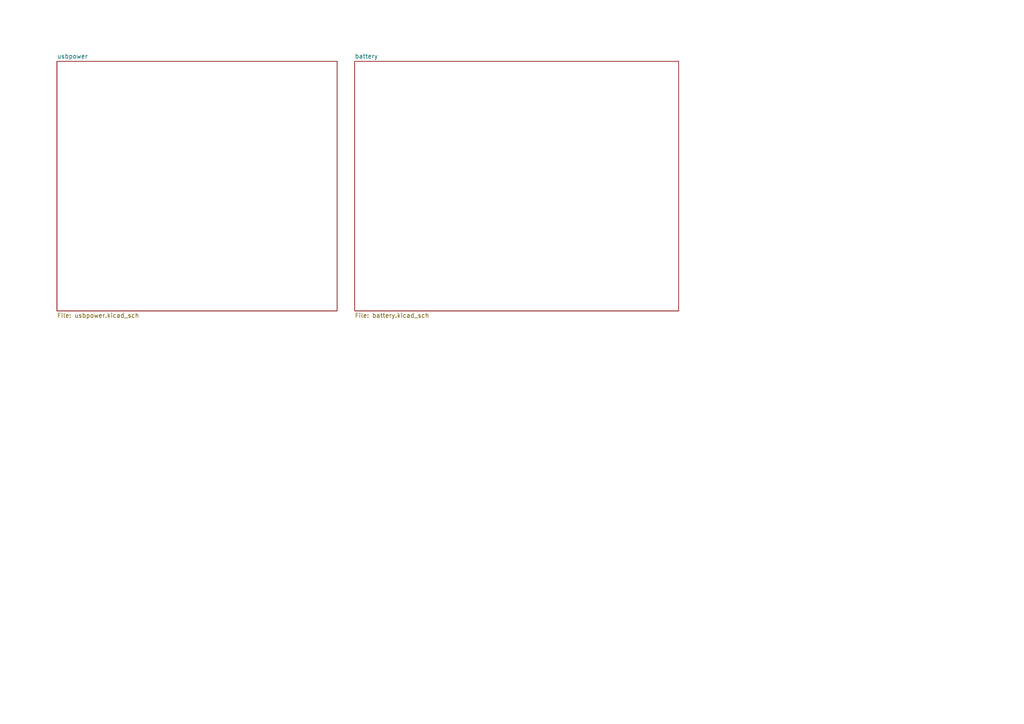
<source format=kicad_sch>
(kicad_sch
	(version 20250114)
	(generator "eeschema")
	(generator_version "9.0")
	(uuid "64f47f0f-737f-4ea8-9b68-9c8ed6450afb")
	(paper "A4")
	(lib_symbols)
	(sheet
		(at 102.87 17.78)
		(size 93.98 72.39)
		(exclude_from_sim no)
		(in_bom yes)
		(on_board yes)
		(dnp no)
		(fields_autoplaced yes)
		(stroke
			(width 0.1524)
			(type solid)
		)
		(fill
			(color 0 0 0 0.0000)
		)
		(uuid "12562e18-cb57-4147-84c9-3a61f8b8d375")
		(property "Sheetname" "battery"
			(at 102.87 17.0684 0)
			(effects
				(font
					(size 1.27 1.27)
				)
				(justify left bottom)
			)
		)
		(property "Sheetfile" "battery.kicad_sch"
			(at 102.87 90.7546 0)
			(effects
				(font
					(size 1.27 1.27)
				)
				(justify left top)
			)
		)
		(instances
			(project "Minicopter"
				(path "/64f47f0f-737f-4ea8-9b68-9c8ed6450afb"
					(page "3")
				)
			)
		)
	)
	(sheet
		(at 16.51 17.78)
		(size 81.28 72.39)
		(exclude_from_sim no)
		(in_bom yes)
		(on_board yes)
		(dnp no)
		(fields_autoplaced yes)
		(stroke
			(width 0.1524)
			(type solid)
		)
		(fill
			(color 0 0 0 0.0000)
		)
		(uuid "68d71296-5062-4dc5-b448-1e8c1a602da0")
		(property "Sheetname" "usbpower"
			(at 16.51 17.0684 0)
			(effects
				(font
					(size 1.27 1.27)
				)
				(justify left bottom)
			)
		)
		(property "Sheetfile" "usbpower.kicad_sch"
			(at 16.51 90.7546 0)
			(effects
				(font
					(size 1.27 1.27)
				)
				(justify left top)
			)
		)
		(instances
			(project "Minicopter"
				(path "/64f47f0f-737f-4ea8-9b68-9c8ed6450afb"
					(page "2")
				)
			)
		)
	)
	(sheet_instances
		(path "/"
			(page "1")
		)
	)
	(embedded_fonts no)
)

</source>
